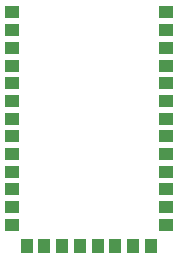
<source format=gbp>
G04 ---------------------------- Layer name :BOTTOM PASTER LAYER*
G04 easyEDA 0.1*
G04 Scale: 100 percent, Rotated: No, Reflected: No *
G04 Dimensions in inches *
G04 leading zeros omitted , absolute positions ,2 integer and 4 * 
%FSLAX24Y24*%
%MOIN*%
G90*
G70D02*

%ADD12R,0.039400X0.051200*%
%ADD13R,0.051200X0.039400*%

%LPD*%
%LNVIA PAD TRACK COPPERAREA*%
G54D12*
G01X15000Y22400D03*
G01X16769Y22400D03*
G01X16180Y22400D03*
G01X15589Y22400D03*
G01X14400Y22400D03*
G01X13810Y22400D03*
G01X13219Y22400D03*
G01X12630Y22400D03*
G54D13*
G01X12139Y23109D03*
G01X12139Y23700D03*
G01X12139Y24290D03*
G01X12139Y24880D03*
G01X12139Y25469D03*
G01X12139Y26059D03*
G01X12139Y26650D03*
G01X12139Y27240D03*
G01X12139Y27830D03*
G01X12139Y28419D03*
G01X12139Y29009D03*
G01X12139Y29600D03*
G01X12139Y30200D03*
G01X17260Y30200D03*
G01X17260Y29600D03*
G01X17260Y29009D03*
G01X17260Y28419D03*
G01X17260Y27830D03*
G01X17260Y27240D03*
G01X17260Y26650D03*
G01X17260Y26059D03*
G01X17260Y25469D03*
G01X17260Y24880D03*
G01X17260Y24290D03*
G01X17260Y23700D03*
G01X17260Y23109D03*

M00*
M02*
</source>
